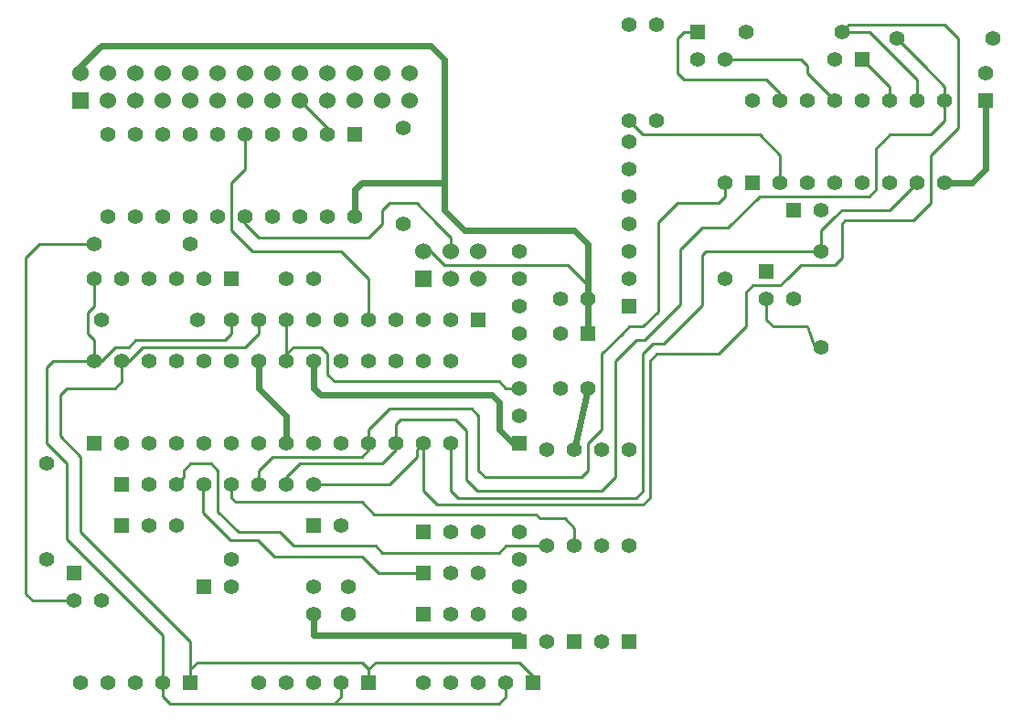
<source format=gtl>
G04 (created by PCBNEW (2013-mar-13)-testing) date Tue 25 Feb 2014 10:26:10 PM GET*
%MOIN*%
G04 Gerber Fmt 3.4, Leading zero omitted, Abs format*
%FSLAX34Y34*%
G01*
G70*
G90*
G04 APERTURE LIST*
%ADD10C,0.005906*%
%ADD11R,0.060000X0.060000*%
%ADD12C,0.060000*%
%ADD13R,0.055000X0.055000*%
%ADD14C,0.055000*%
%ADD15C,0.010000*%
%ADD16C,0.022835*%
G04 APERTURE END LIST*
G54D10*
G54D11*
X46750Y-30750D03*
G54D12*
X46750Y-29750D03*
X47750Y-30750D03*
X47750Y-29750D03*
X48750Y-30750D03*
X48750Y-29750D03*
X49750Y-30750D03*
X49750Y-29750D03*
X50750Y-30750D03*
X50750Y-29750D03*
X51750Y-30750D03*
X51750Y-29750D03*
X52750Y-30750D03*
X52750Y-29750D03*
X53750Y-30750D03*
X53750Y-29750D03*
X54750Y-30750D03*
X54750Y-29750D03*
X55750Y-30750D03*
X55750Y-29750D03*
X56750Y-30750D03*
X56750Y-29750D03*
X57750Y-30750D03*
X57750Y-29750D03*
X58750Y-30750D03*
X58750Y-29750D03*
G54D13*
X55250Y-46250D03*
G54D14*
X56250Y-46250D03*
G54D13*
X50750Y-52000D03*
G54D14*
X49750Y-52000D03*
X48750Y-52000D03*
X47750Y-52000D03*
X46750Y-52000D03*
X65250Y-41250D03*
X64250Y-41250D03*
G54D13*
X65250Y-39250D03*
G54D14*
X64250Y-39250D03*
X65250Y-38000D03*
X64250Y-38000D03*
X54250Y-37250D03*
X55250Y-37250D03*
X56500Y-48500D03*
X56500Y-49500D03*
X55250Y-48500D03*
X55250Y-49500D03*
X48250Y-43250D03*
X49250Y-43250D03*
X50250Y-43250D03*
X51250Y-43250D03*
X52250Y-43250D03*
X53250Y-43250D03*
X54250Y-43250D03*
X55250Y-43250D03*
X56250Y-43250D03*
X57250Y-43250D03*
X58250Y-43250D03*
X59250Y-43250D03*
X60250Y-43250D03*
G54D13*
X47250Y-43250D03*
G54D14*
X60250Y-40250D03*
X59250Y-40250D03*
X58250Y-40250D03*
X57250Y-40250D03*
X56250Y-40250D03*
X55250Y-40250D03*
X54250Y-40250D03*
X53250Y-40250D03*
X52250Y-40250D03*
X51250Y-40250D03*
X50250Y-40250D03*
X49250Y-40250D03*
X48250Y-40250D03*
X47250Y-40250D03*
G54D13*
X48250Y-46250D03*
G54D14*
X49250Y-46250D03*
X50250Y-46250D03*
G54D13*
X59250Y-49500D03*
G54D14*
X60250Y-49500D03*
X61250Y-49500D03*
G54D13*
X59250Y-48000D03*
G54D14*
X60250Y-48000D03*
X61250Y-48000D03*
G54D13*
X59250Y-46500D03*
G54D14*
X60250Y-46500D03*
X61250Y-46500D03*
G54D13*
X66750Y-50500D03*
G54D14*
X65750Y-50500D03*
G54D13*
X64750Y-50500D03*
G54D14*
X63750Y-50500D03*
G54D13*
X62750Y-50500D03*
G54D14*
X62750Y-49500D03*
X62750Y-48500D03*
X62750Y-47500D03*
X62750Y-46500D03*
G54D13*
X62750Y-43250D03*
G54D14*
X62750Y-42250D03*
X62750Y-41250D03*
X62750Y-40250D03*
X62750Y-39250D03*
X62750Y-38250D03*
X62750Y-37250D03*
X62750Y-36250D03*
G54D13*
X61250Y-38750D03*
G54D14*
X60250Y-38750D03*
X59250Y-38750D03*
X58250Y-38750D03*
X57250Y-38750D03*
X56250Y-38750D03*
X55250Y-38750D03*
X54250Y-38750D03*
X53250Y-38750D03*
X52250Y-38750D03*
G54D13*
X52250Y-37250D03*
G54D14*
X51250Y-37250D03*
X50250Y-37250D03*
X49250Y-37250D03*
X48250Y-37250D03*
X47250Y-37250D03*
G54D13*
X48250Y-44750D03*
G54D14*
X49250Y-44750D03*
X50250Y-44750D03*
X51250Y-44750D03*
X52250Y-44750D03*
X53250Y-44750D03*
X54250Y-44750D03*
X55250Y-44750D03*
G54D11*
X59250Y-37250D03*
G54D12*
X59250Y-36250D03*
X60250Y-37250D03*
X60250Y-36250D03*
X61250Y-37250D03*
X61250Y-36250D03*
G54D13*
X57250Y-52000D03*
G54D14*
X56250Y-52000D03*
X55250Y-52000D03*
X54250Y-52000D03*
X53250Y-52000D03*
G54D13*
X72750Y-34750D03*
G54D14*
X73750Y-34750D03*
G54D13*
X75250Y-29250D03*
G54D14*
X74250Y-29250D03*
G54D13*
X79750Y-30750D03*
G54D14*
X79750Y-29750D03*
G54D13*
X66750Y-38250D03*
G54D14*
X66750Y-37250D03*
X66750Y-36250D03*
X66750Y-35250D03*
X66750Y-34250D03*
X66750Y-33250D03*
X66750Y-32250D03*
G54D13*
X63250Y-52000D03*
G54D14*
X62250Y-52000D03*
X61250Y-52000D03*
X60250Y-52000D03*
X59250Y-52000D03*
G54D13*
X46500Y-48000D03*
G54D14*
X46500Y-49000D03*
X47500Y-49000D03*
G54D13*
X51250Y-48500D03*
G54D14*
X52250Y-48500D03*
X52250Y-47500D03*
G54D13*
X71750Y-37000D03*
G54D14*
X71750Y-38000D03*
X72750Y-38000D03*
G54D13*
X69250Y-28250D03*
G54D14*
X69250Y-29250D03*
X70250Y-29250D03*
X58500Y-31750D03*
X58500Y-35250D03*
X66750Y-43500D03*
X66750Y-47000D03*
X65750Y-43500D03*
X65750Y-47000D03*
X64750Y-43500D03*
X64750Y-47000D03*
X63750Y-43500D03*
X63750Y-47000D03*
X45500Y-47500D03*
X45500Y-44000D03*
X51000Y-38750D03*
X47500Y-38750D03*
X50750Y-36000D03*
X47250Y-36000D03*
X73750Y-36250D03*
X73750Y-39750D03*
X66750Y-28000D03*
X66750Y-31500D03*
X70250Y-33750D03*
X70250Y-37250D03*
X76500Y-28500D03*
X80000Y-28500D03*
X67750Y-31500D03*
X67750Y-28000D03*
X71000Y-28250D03*
X74500Y-28250D03*
G54D13*
X56750Y-32000D03*
G54D14*
X55750Y-32000D03*
X54750Y-32000D03*
X53750Y-32000D03*
X52750Y-32000D03*
X51750Y-32000D03*
X50750Y-32000D03*
X49750Y-32000D03*
X48750Y-32000D03*
X47750Y-32000D03*
X47750Y-35000D03*
X48750Y-35000D03*
X49750Y-35000D03*
X50750Y-35000D03*
X51750Y-35000D03*
X52750Y-35000D03*
X53750Y-35000D03*
X54750Y-35000D03*
X55750Y-35000D03*
X56750Y-35000D03*
G54D13*
X71250Y-33750D03*
G54D14*
X72250Y-33750D03*
X73250Y-33750D03*
X74250Y-33750D03*
X75250Y-33750D03*
X76250Y-33750D03*
X77250Y-33750D03*
X78250Y-33750D03*
X78250Y-30750D03*
X77250Y-30750D03*
X76250Y-30750D03*
X75250Y-30750D03*
X74250Y-30750D03*
X73250Y-30750D03*
X72250Y-30750D03*
X71250Y-30750D03*
G54D15*
X50750Y-52000D02*
X50750Y-51500D01*
X57000Y-51250D02*
X57250Y-51500D01*
X51000Y-51250D02*
X57000Y-51250D01*
X50750Y-51500D02*
X51000Y-51250D01*
X57250Y-51500D02*
X57250Y-52000D01*
X57250Y-52000D02*
X57250Y-51500D01*
X63250Y-51750D02*
X63250Y-52000D01*
X57250Y-51500D02*
X57500Y-51250D01*
X57500Y-51250D02*
X62750Y-51250D01*
X62750Y-51250D02*
X63250Y-51750D01*
X48250Y-40250D02*
X48250Y-41000D01*
X50750Y-50500D02*
X50750Y-52000D01*
X50500Y-50250D02*
X50750Y-50500D01*
X46750Y-46500D02*
X50500Y-50250D01*
X46750Y-43750D02*
X46750Y-46500D01*
X46000Y-43000D02*
X46750Y-43750D01*
X46000Y-41500D02*
X46000Y-43000D01*
X46250Y-41250D02*
X46000Y-41500D01*
X48000Y-41250D02*
X46250Y-41250D01*
X48250Y-41000D02*
X48000Y-41250D01*
X48250Y-40250D02*
X48500Y-40250D01*
X53250Y-39250D02*
X53250Y-38750D01*
X52750Y-39750D02*
X53250Y-39250D01*
X49000Y-39750D02*
X52750Y-39750D01*
X48500Y-40250D02*
X49000Y-39750D01*
X56250Y-52000D02*
X56250Y-52500D01*
X56250Y-52500D02*
X56000Y-52750D01*
X49750Y-52000D02*
X49750Y-52500D01*
X62250Y-52500D02*
X62250Y-52000D01*
X62000Y-52750D02*
X62250Y-52500D01*
X50000Y-52750D02*
X56000Y-52750D01*
X56000Y-52750D02*
X62000Y-52750D01*
X49750Y-52500D02*
X50000Y-52750D01*
X47250Y-37250D02*
X47250Y-38250D01*
X47250Y-39500D02*
X47250Y-40250D01*
X47000Y-39250D02*
X47250Y-39500D01*
X47000Y-38500D02*
X47000Y-39250D01*
X47250Y-38250D02*
X47000Y-38500D01*
X47250Y-40250D02*
X45750Y-40250D01*
X45750Y-40250D02*
X45500Y-40500D01*
X45500Y-40500D02*
X45500Y-43250D01*
X45500Y-43250D02*
X46250Y-44000D01*
X46250Y-44000D02*
X46250Y-46750D01*
X46250Y-46750D02*
X49750Y-50250D01*
X49750Y-50250D02*
X49750Y-52000D01*
X49750Y-52000D02*
X49750Y-52000D01*
X47250Y-40250D02*
X47500Y-40250D01*
X52250Y-39250D02*
X52250Y-38750D01*
X52000Y-39500D02*
X52250Y-39250D01*
X48750Y-39500D02*
X52000Y-39500D01*
X48500Y-39750D02*
X48750Y-39500D01*
X48000Y-39750D02*
X48500Y-39750D01*
X47500Y-40250D02*
X48000Y-39750D01*
X55750Y-40750D02*
X56000Y-41000D01*
X62250Y-41250D02*
X62750Y-41250D01*
X62000Y-41000D02*
X62250Y-41250D01*
X56000Y-41000D02*
X62000Y-41000D01*
X55750Y-40750D02*
X55750Y-40000D01*
X54250Y-40000D02*
X54250Y-40250D01*
X54500Y-39750D02*
X54250Y-40000D01*
X55500Y-39750D02*
X54500Y-39750D01*
X55750Y-40000D02*
X55500Y-39750D01*
X54250Y-40250D02*
X54250Y-38750D01*
X52750Y-36000D02*
X53000Y-36250D01*
X53000Y-36250D02*
X53250Y-36250D01*
X52750Y-32000D02*
X52750Y-33250D01*
X57250Y-37250D02*
X57250Y-38750D01*
X56750Y-36750D02*
X57250Y-37250D01*
X56250Y-36250D02*
X56750Y-36750D01*
X53000Y-36250D02*
X53250Y-36250D01*
X53250Y-36250D02*
X56250Y-36250D01*
X52250Y-35500D02*
X52750Y-36000D01*
X52250Y-33750D02*
X52250Y-35500D01*
X52750Y-33250D02*
X52250Y-33750D01*
X52750Y-35000D02*
X52750Y-35250D01*
X60250Y-35750D02*
X60250Y-36250D01*
X59750Y-35250D02*
X60250Y-35750D01*
X59000Y-34500D02*
X59750Y-35250D01*
X58000Y-34500D02*
X59000Y-34500D01*
X57750Y-34750D02*
X58000Y-34500D01*
X57750Y-35250D02*
X57750Y-34750D01*
X57250Y-35750D02*
X57750Y-35250D01*
X53250Y-35750D02*
X57250Y-35750D01*
X52750Y-35250D02*
X53250Y-35750D01*
X76250Y-30750D02*
X76250Y-30250D01*
X76250Y-30250D02*
X75250Y-29250D01*
X67250Y-40000D02*
X67625Y-39625D01*
X68000Y-39625D02*
X69400Y-38225D01*
X69400Y-36400D02*
X69550Y-36250D01*
X69550Y-36250D02*
X73750Y-36250D01*
X67625Y-39625D02*
X68000Y-39625D01*
X69400Y-38225D02*
X69400Y-36400D01*
X67250Y-40250D02*
X67250Y-40000D01*
X60500Y-45250D02*
X60250Y-45000D01*
X60250Y-45000D02*
X60250Y-43250D01*
X67000Y-45250D02*
X67250Y-45000D01*
X67250Y-45000D02*
X67250Y-40250D01*
X60500Y-45250D02*
X67000Y-45250D01*
X75750Y-34750D02*
X76250Y-34750D01*
X76800Y-34200D02*
X77250Y-33750D01*
X76250Y-34750D02*
X76800Y-34200D01*
X75500Y-34750D02*
X75750Y-34750D01*
X74500Y-34750D02*
X75500Y-34750D01*
X74250Y-35000D02*
X74500Y-34750D01*
X73750Y-36250D02*
X73750Y-35500D01*
X73750Y-35500D02*
X74250Y-35000D01*
G54D16*
X78250Y-33750D02*
X79250Y-33750D01*
X79750Y-33250D02*
X79750Y-30750D01*
X79250Y-33750D02*
X79750Y-33250D01*
G54D15*
X63750Y-47000D02*
X63250Y-47000D01*
X50500Y-44500D02*
X50250Y-44750D01*
X50500Y-44250D02*
X50500Y-44500D01*
X50750Y-44000D02*
X50500Y-44250D01*
X51500Y-44000D02*
X50750Y-44000D01*
X51750Y-44250D02*
X51500Y-44000D01*
X51750Y-45750D02*
X51750Y-44250D01*
X52500Y-46500D02*
X51750Y-45750D01*
X54000Y-46500D02*
X52500Y-46500D01*
X54500Y-47000D02*
X54000Y-46500D01*
X57500Y-47000D02*
X54500Y-47000D01*
X57750Y-47250D02*
X57500Y-47000D01*
X62000Y-47250D02*
X57750Y-47250D01*
X62250Y-47000D02*
X62000Y-47250D01*
X63250Y-47000D02*
X62250Y-47000D01*
X59250Y-48000D02*
X57600Y-48000D01*
X51200Y-44799D02*
X51250Y-44750D01*
X51200Y-45800D02*
X51200Y-44799D01*
X52200Y-46799D02*
X51200Y-45800D01*
X53199Y-46799D02*
X52200Y-46799D01*
X53800Y-47400D02*
X53199Y-46799D01*
X57000Y-47400D02*
X53800Y-47400D01*
X57600Y-48000D02*
X57000Y-47400D01*
X63350Y-45850D02*
X57450Y-45850D01*
X57000Y-45400D02*
X52400Y-45400D01*
X57450Y-45850D02*
X57000Y-45400D01*
X63500Y-46000D02*
X64400Y-46000D01*
X64750Y-46350D02*
X64750Y-47000D01*
X64400Y-46000D02*
X64750Y-46350D01*
X52250Y-45250D02*
X52250Y-44750D01*
X52400Y-45400D02*
X52250Y-45250D01*
X63500Y-46000D02*
X63350Y-45850D01*
X61250Y-42800D02*
X61250Y-42250D01*
X61000Y-42000D02*
X60400Y-42000D01*
X61250Y-42250D02*
X61000Y-42000D01*
X66800Y-39000D02*
X67250Y-39000D01*
X67250Y-39000D02*
X67800Y-38450D01*
X67800Y-38450D02*
X67800Y-38400D01*
X67800Y-38400D02*
X67800Y-35200D01*
X70000Y-34500D02*
X70250Y-34250D01*
X68500Y-34500D02*
X70000Y-34500D01*
X68250Y-34750D02*
X68500Y-34500D01*
X70250Y-34250D02*
X70250Y-33750D01*
X67800Y-35200D02*
X68250Y-34750D01*
X66750Y-39000D02*
X66800Y-39000D01*
X57250Y-43250D02*
X57250Y-42750D01*
X57250Y-42750D02*
X58000Y-42000D01*
X58000Y-42000D02*
X60400Y-42000D01*
X66500Y-39250D02*
X66750Y-39000D01*
X65750Y-40000D02*
X66500Y-39250D01*
X65750Y-42750D02*
X65750Y-40000D01*
X65250Y-43250D02*
X65750Y-42750D01*
X65250Y-44250D02*
X65250Y-43250D01*
X65000Y-44500D02*
X65250Y-44250D01*
X61500Y-44500D02*
X65000Y-44500D01*
X61250Y-44250D02*
X61500Y-44500D01*
X61250Y-42800D02*
X61250Y-44250D01*
X53250Y-44750D02*
X53250Y-44250D01*
X57250Y-43500D02*
X57250Y-43250D01*
X57000Y-43750D02*
X57250Y-43500D01*
X53750Y-43750D02*
X57000Y-43750D01*
X53250Y-44250D02*
X53750Y-43750D01*
X60800Y-44200D02*
X60800Y-44600D01*
X60800Y-44600D02*
X61200Y-45000D01*
X60800Y-44200D02*
X60800Y-42800D01*
X58250Y-42550D02*
X58250Y-43250D01*
X58400Y-42400D02*
X58250Y-42550D01*
X60400Y-42400D02*
X58400Y-42400D01*
X60800Y-42800D02*
X60400Y-42400D01*
X67300Y-39500D02*
X68600Y-38200D01*
X68600Y-36200D02*
X69400Y-35400D01*
X70350Y-35400D02*
X71500Y-34250D01*
X69400Y-35400D02*
X70350Y-35400D01*
X68600Y-38200D02*
X68600Y-36200D01*
X71500Y-34250D02*
X71600Y-34250D01*
X71600Y-34250D02*
X72250Y-34250D01*
X75500Y-34250D02*
X72250Y-34250D01*
X77750Y-32000D02*
X76250Y-32000D01*
X76250Y-32000D02*
X76000Y-32250D01*
X76000Y-32250D02*
X75750Y-32500D01*
X75750Y-32500D02*
X75750Y-34000D01*
X78250Y-30750D02*
X78250Y-31500D01*
X78250Y-31500D02*
X77750Y-32000D01*
X75500Y-34250D02*
X75750Y-34000D01*
X66750Y-39750D02*
X67000Y-39500D01*
X67000Y-39500D02*
X67200Y-39500D01*
X65750Y-45000D02*
X61200Y-45000D01*
X66250Y-44500D02*
X65750Y-45000D01*
X66250Y-40250D02*
X66250Y-44500D01*
X66250Y-40250D02*
X66750Y-39750D01*
X67200Y-39500D02*
X67300Y-39500D01*
X77500Y-29500D02*
X78250Y-30250D01*
X77500Y-29500D02*
X76500Y-28500D01*
X54250Y-44750D02*
X54250Y-44500D01*
X54250Y-44500D02*
X54750Y-44000D01*
X54750Y-44000D02*
X57750Y-44000D01*
X57750Y-44000D02*
X58250Y-43500D01*
X58250Y-43500D02*
X58250Y-43250D01*
X78250Y-30250D02*
X78250Y-30750D01*
X69800Y-40000D02*
X70000Y-40000D01*
X70000Y-40000D02*
X71000Y-39000D01*
X74625Y-35125D02*
X77125Y-35125D01*
X77125Y-35125D02*
X77250Y-35000D01*
X74250Y-36750D02*
X74500Y-36500D01*
X74500Y-36250D02*
X74500Y-36500D01*
X77250Y-35000D02*
X77750Y-34500D01*
X74750Y-28000D02*
X74500Y-28250D01*
X78250Y-28000D02*
X74750Y-28000D01*
X78750Y-28500D02*
X78250Y-28000D01*
X78750Y-31750D02*
X78750Y-28500D01*
X77750Y-32750D02*
X78750Y-31750D01*
X77750Y-34500D02*
X77750Y-32750D01*
X74500Y-35250D02*
X74625Y-35125D01*
X74500Y-36250D02*
X74500Y-35250D01*
X67750Y-40000D02*
X69800Y-40000D01*
X71000Y-39000D02*
X71000Y-37750D01*
X71000Y-37750D02*
X71250Y-37500D01*
X71250Y-37500D02*
X72250Y-37500D01*
X72250Y-37500D02*
X72500Y-37250D01*
X72500Y-37250D02*
X73000Y-36750D01*
X73000Y-36750D02*
X74250Y-36750D01*
X67500Y-40500D02*
X67500Y-40250D01*
X67250Y-45500D02*
X67500Y-45250D01*
X67500Y-45250D02*
X67500Y-40500D01*
X59250Y-43250D02*
X59250Y-45000D01*
X59750Y-45500D02*
X67000Y-45500D01*
X59250Y-45000D02*
X59750Y-45500D01*
X67000Y-45500D02*
X67250Y-45500D01*
X67500Y-40250D02*
X67750Y-40000D01*
X55250Y-44750D02*
X58000Y-44750D01*
X59000Y-43500D02*
X59250Y-43250D01*
X59000Y-43750D02*
X59000Y-43500D01*
X58000Y-44750D02*
X59000Y-43750D01*
X77250Y-30750D02*
X77250Y-30000D01*
X75500Y-28250D02*
X74500Y-28250D01*
X77250Y-30000D02*
X75500Y-28250D01*
G54D16*
X62750Y-50250D02*
X55250Y-50250D01*
X55250Y-49500D02*
X55250Y-50250D01*
X62750Y-50500D02*
X62750Y-50250D01*
X54250Y-43250D02*
X54250Y-42250D01*
X53250Y-41250D02*
X53250Y-40250D01*
X54250Y-42250D02*
X53250Y-41250D01*
G54D15*
X74250Y-30750D02*
X73250Y-29750D01*
X73000Y-29250D02*
X70250Y-29250D01*
X73250Y-29500D02*
X73000Y-29250D01*
X73250Y-29750D02*
X73250Y-29500D01*
X73750Y-39750D02*
X73500Y-39750D01*
X71750Y-38750D02*
X71750Y-38000D01*
X72000Y-39000D02*
X71750Y-38750D01*
X73250Y-39000D02*
X72000Y-39000D01*
X73500Y-39750D02*
X73250Y-39000D01*
X47250Y-36000D02*
X45250Y-36000D01*
X45250Y-36000D02*
X44750Y-36500D01*
X45000Y-49000D02*
X46500Y-49000D01*
X44750Y-48750D02*
X45000Y-49000D01*
X44750Y-36500D02*
X44750Y-48750D01*
X55750Y-32000D02*
X55750Y-31750D01*
X55750Y-31750D02*
X54750Y-30750D01*
X66750Y-31500D02*
X67250Y-32000D01*
X72250Y-32750D02*
X72250Y-33750D01*
X71500Y-32000D02*
X72250Y-32750D01*
X67250Y-32000D02*
X71500Y-32000D01*
X69250Y-28250D02*
X68750Y-28250D01*
X72250Y-30500D02*
X72250Y-30750D01*
X71750Y-30000D02*
X72250Y-30500D01*
X71500Y-30000D02*
X71750Y-30000D01*
X68750Y-30000D02*
X71500Y-30000D01*
X68500Y-29750D02*
X68750Y-30000D01*
X68500Y-28500D02*
X68500Y-29750D01*
X68750Y-28250D02*
X68500Y-28500D01*
G54D16*
X56750Y-35000D02*
X56750Y-34000D01*
X57000Y-33750D02*
X60000Y-33750D01*
X56750Y-34000D02*
X57000Y-33750D01*
X55250Y-40250D02*
X55250Y-41250D01*
X62500Y-43250D02*
X62000Y-42750D01*
X62750Y-43250D02*
X62500Y-43250D01*
X55500Y-41500D02*
X61750Y-41500D01*
X61750Y-41500D02*
X62000Y-41750D01*
X62000Y-41750D02*
X62000Y-42750D01*
X55250Y-41250D02*
X55500Y-41500D01*
X65250Y-39250D02*
X65250Y-38000D01*
X46750Y-29750D02*
X46750Y-29500D01*
X46750Y-29500D02*
X47500Y-28750D01*
X47500Y-28750D02*
X59500Y-28750D01*
X59500Y-28750D02*
X60000Y-29250D01*
X60000Y-29250D02*
X60000Y-33750D01*
X65250Y-36000D02*
X65250Y-39250D01*
X64750Y-35500D02*
X65250Y-36000D01*
X60750Y-35500D02*
X64750Y-35500D01*
X60000Y-34750D02*
X60750Y-35500D01*
X60000Y-33750D02*
X60000Y-34500D01*
X60000Y-34500D02*
X60000Y-34750D01*
X65250Y-41250D02*
X64750Y-43500D01*
G54D15*
X59250Y-36250D02*
X59500Y-36250D01*
X65250Y-37500D02*
X65250Y-39250D01*
X64500Y-36750D02*
X65250Y-37500D01*
X60000Y-36750D02*
X64500Y-36750D01*
X59500Y-36250D02*
X60000Y-36750D01*
M02*

</source>
